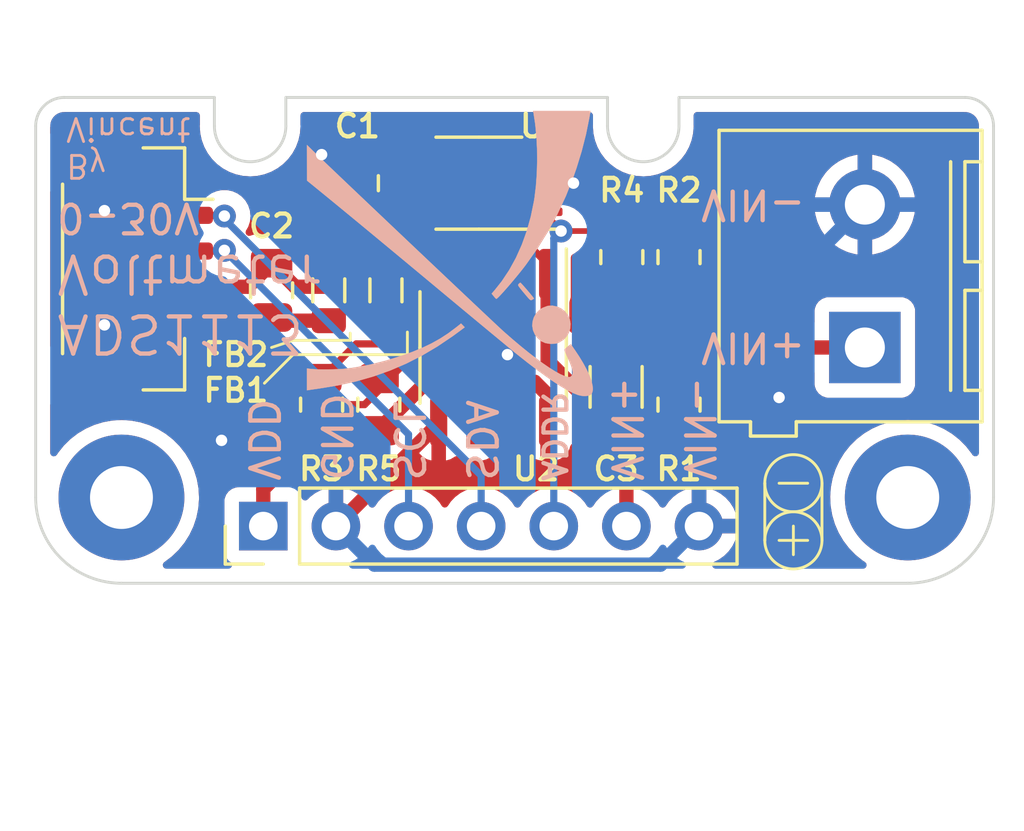
<source format=kicad_pcb>
(kicad_pcb (version 20211014) (generator pcbnew)
  (title_block (title "ADS1113 Voltmeter PCB") (date "2022-04-19") (rev "1") (comment 1 "Author: Vincent Nguyen"))
  (layers (0 "F.Cu" signal "Front") (31 "B.Cu" signal "Back") (34 "B.Paste" user) (35 "F.Paste" user) (36 "B.SilkS" user "B.Silkscreen") (37 "F.SilkS" user "F.Silkscreen") (38 "B.Mask" user) (39 "F.Mask" user) (44 "Edge.Cuts" user))
  (net 0 "")
  (net 1 "VIN-")
  (net 2 "VIN+")
  (net 3 "Net-(R1-Pad2)")
  (net 4 "VDD")
  (net 5 "SCL")
  (net 6 "ADDR")
  (net 7 "SDA")
  (net 13 "Net-(C2-Pad1)")
  (net 14 "Net-(C2-Pad2)")
  (footprint "MountingHole:MountingHole_2.2mm_M2_Pad" (layer "F.Cu") (at 135.595 101.54)
    (fp_text reference "H1" hide)
    (fp_text value "2.2mm M2")
    (pad "1" thru_hole circle (at 0 0) (size 4.4 4.4) (drill 2.2) (layers *.Cu *.Mask))
  )
  (footprint "Resistor_SMD:R_0805_2012Metric" (layer "F.Cu") (at 155.095 93.1275 90)
    (fp_text reference "R2" (at 2.3375 0 180) (layer "F.SilkS") (effects (font (size 0.8 0.8))))
    (fp_text value "3.3k")
    (fp_line (start -0.227064 -0.735) (end 0.227064 -0.735) (layer "F.SilkS") (width 0.12))
    (fp_line (start -0.227064 0.735) (end 0.227064 0.735) (layer "F.SilkS") (width 0.12))
    (pad "1" smd roundrect (at -0.9125 0 90) (size 1.025 1.4) (layers "F.Cu" "F.Paste" "F.Mask") (roundrect_rratio 0.243902) (net 3 "Net-(R1-Pad2)"))
    (pad "2" smd roundrect (at 0.9125 0 90) (size 1.025 1.4) (layers "F.Cu" "F.Paste" "F.Mask") (roundrect_rratio 0.243902) (net 1 "VIN-"))
  )
  (footprint "Connector_PinHeader_2.54mm:PinHeader_1x07_P2.54mm_Vertical" (layer "F.Cu") (at 140.555 102.54 90)
    (fp_text reference "J2" hide)
    (fp_text value "01x07 2.54mm Pin headers")
    (fp_line (start -1.33 1.27) (end -1.33 16.57) (layer "F.SilkS") (width 0.12))
    (fp_line (start -1.33 0) (end -1.33 -1.33) (layer "F.SilkS") (width 0.12))
    (fp_line (start -1.33 16.57) (end 1.33 16.57) (layer "F.SilkS") (width 0.12))
    (fp_line (start -1.33 -1.33) (end 0 -1.33) (layer "F.SilkS") (width 0.12))
    (fp_line (start -1.33 1.27) (end 1.33 1.27) (layer "F.SilkS") (width 0.12))
    (fp_line (start 1.33 1.27) (end 1.33 16.57) (layer "F.SilkS") (width 0.12))
    (pad "1" thru_hole rect (at 0 0 90) (size 1.7 1.7) (drill 1) (layers *.Cu *.Mask) (net 4 "VDD"))
    (pad "2" thru_hole oval (at 0 2.54 90) (size 1.7 1.7) (drill 1) (layers *.Cu *.Mask) (net 1 "VIN-"))
    (pad "3" thru_hole oval (at 0 5.08 90) (size 1.7 1.7) (drill 1) (layers *.Cu *.Mask) (net 5 "SCL"))
    (pad "4" thru_hole oval (at 0 7.62 90) (size 1.7 1.7) (drill 1) (layers *.Cu *.Mask) (net 7 "SDA"))
    (pad "5" thru_hole oval (at 0 10.16 90) (size 1.7 1.7) (drill 1) (layers *.Cu *.Mask) (net 6 "ADDR"))
    (pad "6" thru_hole oval (at 0 12.7 90) (size 1.7 1.7) (drill 1) (layers *.Cu *.Mask) (net 2 "VIN+"))
    (pad "7" thru_hole oval (at 0 15.24 90) (size 1.7 1.7) (drill 1) (layers *.Cu *.Mask) (net 1 "VIN-"))
  )
  (footprint "Resistor_SMD:R_0805_2012Metric" (layer "F.Cu") (at 144.595 98.29 90)
    (fp_text reference "R5" (at -2.25 0 180) (layer "F.SilkS") (effects (font (size 0.8 0.8))))
    (fp_text value "10k")
    (fp_line (start -0.227064 -0.735) (end 0.227064 -0.735) (layer "F.SilkS") (width 0.12))
    (fp_line (start -0.227064 0.735) (end 0.227064 0.735) (layer "F.SilkS") (width 0.12))
    (pad "1" smd roundrect (at -0.9125 0 90) (size 1.025 1.4) (layers "F.Cu" "F.Paste" "F.Mask") (roundrect_rratio 0.243902) (net 4 "VDD"))
    (pad "2" smd roundrect (at 0.9125 0 90) (size 1.025 1.4) (layers "F.Cu" "F.Paste" "F.Mask") (roundrect_rratio 0.243902) (net 7 "SDA"))
  )
  (footprint "lib_fp:TB001-500-02BE" (layer "F.Cu") (at 161.595 93.79 90)
    (fp_text reference "J1" hide)
    (fp_text value "TB001-500-02BE")
    (fp_line (start 0.5 3.5) (end 4 3.5) (layer "F.SilkS") (width 0.12))
    (fp_line (start -5.6 -2.4) (end -5.1 -2.4) (layer "F.SilkS") (width 0.12))
    (fp_line (start -5.6 -4) (end -5.6 -2.4) (layer "F.SilkS") (width 0.12))
    (fp_line (start -0.5 3.5) (end -4 3.5) (layer "F.SilkS") (width 0.12))
    (fp_line (start 0.5 4.1) (end 0.5 3.5) (layer "F.SilkS") (width 0.12))
    (fp_line (start -4 3.5) (end -4 4.1) (layer "F.SilkS") (width 0.12))
    (fp_line (start 4 3.5) (end 4 4.1) (layer "F.SilkS") (width 0.12))
    (fp_line (start -5.1 -5.1) (end 5.1 -5.1) (layer "F.SilkS") (width 0.12))
    (fp_line (start 5.1 -5.1) (end 5.1 4.1) (layer "F.SilkS") (width 0.12))
    (fp_line (start -5.6 -4) (end -5.1 -4) (layer "F.SilkS") (width 0.12))
    (fp_line (start -5.1 4.1) (end -5.1 -2.4) (layer "F.SilkS") (width 0.12))
    (fp_line (start 4 3) (end -4 3) (layer "F.SilkS") (width 0.12))
    (fp_line (start -5.1 -5.1) (end -5.1 -4) (layer "F.SilkS") (width 0.12))
    (fp_line (start -0.5 3.5) (end -0.5 4.1) (layer "F.SilkS") (width 0.12))
    (fp_line (start 5.1 4.1) (end -5.1 4.1) (layer "F.SilkS") (width 0.12))
    (pad "1" thru_hole trapezoid (at -2.5 0 90) (size 2.5 2.5) (drill 1.4) (layers *.Cu *.Mask) (net 2 "VIN+"))
    (pad "2" thru_hole custom (at 2.5 0 90) (size 2.5 2.5) (drill 1.4) (layers *.Cu *.Mask) (net 1 "VIN-") (options (clearance outline) (anchor circle)) (primitives))
  )
  (footprint "Connector_JST:JST_GH_SM04B-GHS-TB_1x04-1MP_P1.25mm_Horizontal" (layer "F.Cu") (at 136.095 93.54 -90)
    (fp_text reference "J3" hide)
    (fp_text value "SM04B-GHS-TB(LF)(SN)")
    (fp_line (start -4.235 -1.71) (end -2.435 -1.71) (layer "F.SilkS") (width 0.12))
    (fp_line (start -2.435 -1.71) (end -2.435 -2.7) (layer "F.SilkS") (width 0.12))
    (fp_line (start 4.235 -1.71) (end 2.435 -1.71) (layer "F.SilkS") (width 0.12))
    (fp_line (start -4.235 -0.26) (end -4.235 -1.71) (layer "F.SilkS") (width 0.12))
    (fp_line (start 4.235 -0.26) (end 4.235 -1.71) (layer "F.SilkS") (width 0.12))
    (fp_line (start -2.965 2.56) (end 2.965 2.56) (layer "F.SilkS") (width 0.12))
    (pad "1" smd roundrect (at -1.875 -1.85 270) (size 0.6 1.7) (layers "F.Cu" "F.Paste" "F.Mask") (net 7 "SDA"))
    (pad "2" smd roundrect (at -0.625 -1.85 270) (size 0.6 1.7) (layers "F.Cu" "F.Paste" "F.Mask") (net 5 "SCL"))
    (pad "3" smd roundrect (at 0.625 -1.85 270) (size 0.6 1.7) (layers "F.Cu" "F.Paste" "F.Mask") (net 13 "Net-(C2-Pad1)"))
    (pad "4" smd roundrect (at 1.875 -1.85 270) (size 0.6 1.7) (layers "F.Cu" "F.Paste" "F.Mask") (net 14 "Net-(C2-Pad2)"))
    (pad "MP" smd roundrect (at -3.725 1.35 270) (size 1 2.7) (layers "F.Cu" "F.Paste" "F.Mask"))
    (pad "MP" smd roundrect (at 3.725 1.35 270) (size 1 2.7) (layers "F.Cu" "F.Paste" "F.Mask"))
  )
  (footprint "Resistor_SMD:R_0805_2012Metric" (layer "F.Cu") (at 142.595 98.29 90)
    (fp_text reference "R3" (at -2.25 0 180) (layer "F.SilkS") (effects (font (size 0.8 0.8))))
    (fp_text value "10k")
    (fp_line (start -0.227064 0.735) (end 0.227064 0.735) (layer "F.SilkS") (width 0.12))
    (fp_line (start -0.227064 -0.735) (end 0.227064 -0.735) (layer "F.SilkS") (width 0.12))
    (pad "1" smd roundrect (at -0.9125 0 90) (size 1.025 1.4) (layers "F.Cu" "F.Paste" "F.Mask") (roundrect_rratio 0.243902) (net 4 "VDD"))
    (pad "2" smd roundrect (at 0.9125 0 90) (size 1.025 1.4) (layers "F.Cu" "F.Paste" "F.Mask") (roundrect_rratio 0.243902) (net 5 "SCL"))
  )
  (footprint "Capacitor_SMD:C_0805_2012Metric" (layer "F.Cu") (at 143.845 90.54 90)
    (fp_text reference "C1" (at 2 0 180) (layer "F.SilkS") (effects (font (size 0.8 0.8))))
    (fp_text value "0.1uF")
    (fp_line (start -0.261252 0.735) (end 0.261252 0.735) (layer "F.SilkS") (width 0.12))
    (fp_line (start -0.261252 -0.735) (end 0.261252 -0.735) (layer "F.SilkS") (width 0.12))
    (pad "1" smd roundrect (at -0.95 0 90) (size 1 1.45) (layers "F.Cu" "F.Paste" "F.Mask") (net 4 "VDD"))
    (pad "2" smd roundrect (at 0.95 0 90) (size 1 1.45) (layers "F.Cu" "F.Paste" "F.Mask") (net 1 "VIN-"))
  )
  (footprint "Package_SO:SO-8_3.9x4.9mm_P1.27mm" (layer "F.Cu") (at 148.595 96.29 -90)
    (fp_text reference "U2" (at 4.25 -1.5 180) (layer "F.SilkS") (effects (font (size 0.8 0.8))))
    (fp_text value "SMDA03C-4")
    (fp_line (start 0 -2.56) (end 1.95 -2.56) (layer "F.SilkS") (width 0.12))
    (fp_line (start 0 2.56) (end -1.95 2.56) (layer "F.SilkS") (width 0.12))
    (fp_line (start 0 -2.56) (end -3.45 -2.56) (layer "F.SilkS") (width 0.12))
    (fp_line (start 0 2.56) (end 1.95 2.56) (layer "F.SilkS") (width 0.12))
    (pad "1" smd roundrect (at -2.575 -1.905 270) (size 1.75 0.6) (layers "F.Cu" "F.Paste" "F.Mask") (net 3 "Net-(R1-Pad2)"))
    (pad "2" smd roundrect (at -2.575 -0.635 270) (size 1.75 0.6) (layers "F.Cu" "F.Paste" "F.Mask") (net 4 "VDD"))
    (pad "3" smd roundrect (at -2.575 0.635 270) (size 1.75 0.6) (layers "F.Cu" "F.Paste" "F.Mask") (net 7 "SDA"))
    (pad "4" smd roundrect (at -2.575 1.905 270) (size 1.75 0.6) (layers "F.Cu" "F.Paste" "F.Mask") (net 5 "SCL"))
    (pad "5" smd roundrect (at 2.575 1.905 270) (size 1.75 0.6) (layers "F.Cu" "F.Paste" "F.Mask") (net 1 "VIN-"))
    (pad "6" smd roundrect (at 2.575 0.635 270) (size 1.75 0.6) (layers "F.Cu" "F.Paste" "F.Mask"))
    (pad "7" smd roundrect (at 2.575 -0.635 270) (size 1.75 0.6) (layers "F.Cu" "F.Paste" "F.Mask"))
    (pad "8" smd roundrect (at 2.575 -1.905 270) (size 1.75 0.6) (layers "F.Cu" "F.Paste" "F.Mask") (net 1 "VIN-"))
  )
  (footprint "Capacitor_SMD:C_0805_2012Metric" (layer "F.Cu") (at 140.845 94.29 -90)
    (fp_text reference "C2" (at -2.25 0 180) (layer "F.SilkS") (effects (font (size 0.8 0.8))))
    (fp_text value "0.1uF")
    (fp_line (start -0.261252 0.735) (end 0.261252 0.735) (layer "F.SilkS") (width 0.12))
    (fp_line (start -0.261252 -0.735) (end 0.261252 -0.735) (layer "F.SilkS") (width 0.12))
    (pad "1" smd roundrect (at -0.95 0 270) (size 1 1.45) (layers "F.Cu" "F.Paste" "F.Mask") (net 13 "Net-(C2-Pad1)"))
    (pad "2" smd roundrect (at 0.95 0 270) (size 1 1.45) (layers "F.Cu" "F.Paste" "F.Mask") (net 14 "Net-(C2-Pad2)"))
  )
  (footprint "MountingHole:MountingHole_2.2mm_M2_Pad" (layer "F.Cu") (at 163.095 101.54)
    (fp_text reference "H2" hide)
    (fp_text value "2.2mm M2")
    (pad "1" thru_hole circle (at 0 0) (size 4.4 4.4) (drill 2.2) (layers *.Cu *.Mask))
  )
  (footprint "Capacitor_SMD:C_1206_3216Metric" (layer "F.Cu") (at 152.895 97.67 90)
    (fp_text reference "C3" (at -2.87 0 180) (layer "F.SilkS") (effects (font (size 0.8 0.8))))
    (fp_text value "0.22uF")
    (fp_line (start -0.711252 -0.91) (end 0.711252 -0.91) (layer "F.SilkS") (width 0.12))
    (fp_line (start -0.711252 0.91) (end 0.711252 0.91) (layer "F.SilkS") (width 0.12))
    (pad "1" smd roundrect (at -1.475 0 90) (size 1.15 1.8) (layers "F.Cu" "F.Paste" "F.Mask") (roundrect_rratio 0.217391) (net 3 "Net-(R1-Pad2)"))
    (pad "2" smd roundrect (at 1.475 0 90) (size 1.15 1.8) (layers "F.Cu" "F.Paste" "F.Mask") (roundrect_rratio 0.217391) (net 1 "VIN-"))
  )
  (footprint "Resistor_SMD:R_0805_2012Metric" (layer "F.Cu") (at 155.095 98.29 90)
    (fp_text reference "R1" (at -2.25 0 180) (layer "F.SilkS") (effects (font (size 0.8 0.8))))
    (fp_text value "26.7k")
    (fp_line (start -0.227064 0.735) (end 0.227064 0.735) (layer "F.SilkS") (width 0.12))
    (fp_line (start -0.227064 -0.735) (end 0.227064 -0.735) (layer "F.SilkS") (width 0.12))
    (pad "1" smd roundrect (at -0.9125 0 90) (size 1.025 1.4) (layers "F.Cu" "F.Paste" "F.Mask") (roundrect_rratio 0.243902) (net 2 "VIN+"))
    (pad "2" smd roundrect (at 0.9125 0 90) (size 1.025 1.4) (layers "F.Cu" "F.Paste" "F.Mask") (roundrect_rratio 0.243902) (net 3 "Net-(R1-Pad2)"))
  )
  (footprint "Inductor_SMD:L_0805_2012Metric" (layer "F.Cu") (at 142.845 94.29 90)
    (fp_text reference "FB2" (at -2.25 -3.25) (layer "F.SilkS") (effects (font (size 0.8 0.8))))
    (fp_text value "MMZ2012S102ATD25")
    (fp_line (start -0.399622 0.56) (end 0.399622 0.56) (layer "F.SilkS") (width 0.12))
    (fp_line (start -0.399622 -0.56) (end 0.399622 -0.56) (layer "F.SilkS") (width 0.12))
    (pad "1" smd roundrect (at -1.0625 0 90) (size 0.875 1.2) (layers "F.Cu" "F.Paste" "F.Mask") (net 14 "Net-(C2-Pad2)"))
    (pad "2" smd roundrect (at 1.0625 0 90) (size 0.875 1.2) (layers "F.Cu" "F.Paste" "F.Mask") (net 1 "VIN-"))
  )
  (footprint "Package_SO:VSSOP-10_3x3mm_P0.5mm" (layer "F.Cu") (at 148.095 90.54 180)
    (fp_text reference "U1" (at -2.25 2) (layer "F.SilkS") (effects (font (size 0.8 0.8))))
    (fp_text value "ADS1113BQDGSRQ1")
    (fp_line (start 0 -1.61) (end 1.5 -1.61) (layer "F.SilkS") (width 0.12))
    (fp_line (start 0 -1.61) (end -2.925 -1.61) (layer "F.SilkS") (width 0.12))
    (fp_line (start 0 1.61) (end 1.5 1.61) (layer "F.SilkS") (width 0.12))
    (fp_line (start 0 1.61) (end -1.5 1.61) (layer "F.SilkS") (width 0.12))
    (pad "1" smd roundrect (at -2.2 -1 180) (size 1.45 0.3) (layers "F.Cu" "F.Paste" "F.Mask") (net 6 "ADDR"))
    (pad "2" smd roundrect (at -2.2 -0.5 180) (size 1.45 0.3) (layers "F.Cu" "F.Paste" "F.Mask"))
    (pad "3" smd roundrect (at -2.2 0 180) (size 1.45 0.3) (layers "F.Cu" "F.Paste" "F.Mask") (net 1 "VIN-"))
    (pad "4" smd roundrect (at -2.2 0.5 180) (size 1.45 0.3) (layers "F.Cu" "F.Paste" "F.Mask") (net 3 "Net-(R1-Pad2)"))
    (pad "5" smd roundrect (at -2.2 1 180) (size 1.45 0.3) (layers "F.Cu" "F.Paste" "F.Mask") (net 1 "VIN-"))
    (pad "6" smd roundrect (at 2.2 1 180) (size 1.45 0.3) (layers "F.Cu" "F.Paste" "F.Mask"))
    (pad "7" smd roundrect (at 2.2 0.5 180) (size 1.45 0.3) (layers "F.Cu" "F.Paste" "F.Mask"))
    (pad "8" smd roundrect (at 2.2 0 180) (size 1.45 0.3) (layers "F.Cu" "F.Paste" "F.Mask") (net 4 "VDD"))
    (pad "9" smd roundrect (at 2.2 -0.5 180) (size 1.45 0.3) (layers "F.Cu" "F.Paste" "F.Mask") (net 7 "SDA"))
    (pad "10" smd roundrect (at 2.2 -1 180) (size 1.45 0.3) (layers "F.Cu" "F.Paste" "F.Mask") (net 5 "SCL"))
  )
  (footprint "Inductor_SMD:L_0805_2012Metric" (layer "F.Cu") (at 144.845 94.29 90)
    (fp_text reference "FB1" (at -3.5 -5.25 180) (layer "F.SilkS") (effects (font (size 0.8 0.8))))
    (fp_text value "MMZ2012S102ATD25")
    (fp_line (start -0.399622 0.56) (end 0.399622 0.56) (layer "F.SilkS") (width 0.12))
    (fp_line (start -0.399622 -0.56) (end 0.399622 -0.56) (layer "F.SilkS") (width 0.12))
    (pad "1" smd roundrect (at -1.0625 0 90) (size 0.875 1.2) (layers "F.Cu" "F.Paste" "F.Mask") (net 13 "Net-(C2-Pad1)"))
    (pad "2" smd roundrect (at 1.0625 0 90) (size 0.875 1.2) (layers "F.Cu" "F.Paste" "F.Mask") (net 4 "VDD"))
  )
  (footprint "Resistor_SMD:R_0805_2012Metric" (layer "F.Cu") (at 153.095 93.1275 -90)
    (fp_text reference "R4" (at -2.3375 0 180) (layer "F.SilkS") (effects (font (size 0.8 0.8))))
    (fp_text value "10k")
    (fp_line (start -0.227064 0.735) (end 0.227064 0.735) (layer "F.SilkS") (width 0.12))
    (fp_line (start -0.227064 -0.735) (end 0.227064 -0.735) (layer "F.SilkS") (width 0.12))
    (pad "1" smd roundrect (at -0.9125 0 270) (size 1.025 1.4) (layers "F.Cu" "F.Paste" "F.Mask") (roundrect_rratio 0.243902) (net 6 "ADDR"))
    (pad "2" smd roundrect (at 0.9125 0 270) (size 1.025 1.4) (layers "F.Cu" "F.Paste" "F.Mask") (roundrect_rratio 0.243902) (net 1 "VIN-"))
  )
  (footprint "graphics:xplore_logo_10mm" (layer "B.Cu") (at 153.671875 93.001115)
    (fp_text reference " " hide)
    (fp_text value " " hide)
    (fp_poly (pts (xy -3.73161 1.627478) (xy -3.712099 1.617933) (xy -3.669199 1.591942) (xy -3.651251 1.574087) (xy -3.65125 1.574042) (xy -3.665228 1.551643) (xy -3.703051 1.502814) (xy -3.758559 1.434752) (xy -3.825591 1.354654) (xy -3.897983 1.269717) (xy -3.969576 1.187136) (xy -4.034206 1.114109) (xy -4.085712 1.057833) (xy -4.117933 1.025503) (xy -4.125159 1.020535) (xy -4.152323 1.035648) (xy -4.183372 1.064981) (xy -4.197457 1.083191) (xy -4.201979 1.102665) (xy -4.193438 1.129346) (xy -4.16834 1.169179) (xy -4.123186 1.228109) (xy -4.05448 1.312079) (xy -3.998271 1.379621) (xy -3.912795 1.481773) (xy -3.850944 1.553583) (xy -3.807308 1.599554) (xy -3.77648 1.62419) (xy -3.75305 1.631997) (xy -3.73161 1.627478)) (layer "B.SilkS") (width 0.01) (fill solid))
    (fp_poly (pts (xy -1.760565 4.976407) (xy -1.679886 4.948442) (xy -1.652156 4.927949) (xy -1.606647 4.850982) (xy -1.591042 4.74337) (xy -1.60439 4.607715) (xy -1.645743 4.446619) (xy -1.714149 4.262683) (xy -1.808658 4.058508) (xy -1.928321 3.836697) (xy -2.072189 3.599851) (xy -2.21583 3.384272) (xy -2.361493 3.17399) (xy -2.472459 3.25954) (xy -2.531041 3.308369) (xy -2.571622 3.349186) (xy -2.584392 3.370125) (xy -2.57567 3.400025) (xy -2.551354 3.461025) (xy -2.515498 3.543342) (xy -2.484615 3.610744) (xy -2.402167 3.794962) (xy -2.343601 3.945027) (xy -2.308079 4.064816) (xy -2.294762 4.158204) (xy -2.302812 4.229069) (xy -2.33139 4.281284) (xy -2.338019 4.288375) (xy -2.382628 4.320292) (xy -2.437056 4.325594) (xy -2.46842 4.321179) (xy -2.587959 4.286392) (xy -2.736368 4.219995) (xy -2.911526 4.123492) (xy -3.11131 3.998391) (xy -3.333599 3.846196) (xy -3.576269 3.668414) (xy -3.837198 3.46655) (xy -4.114265 3.24211) (xy -4.405346 2.9966) (xy -4.705804 2.733764) (xy -4.751797 2.691843) (xy -4.828625 2.620574) (xy -4.934265 2.521878) (xy -5.066692 2.397673) (xy -5.223883 2.249878) (xy -5.403814 2.080412) (xy -5.604462 1.891193) (xy -5.823801 1.684142) (xy -6.059809 1.461176) (xy -6.310461 1.224214) (xy -6.573734 0.975176) (xy -6.847604 0.71598) (xy -7.130047 0.448546) (xy -7.419039 0.174792) (xy -7.712556 -0.103363) (xy -8.008575 -0.384) (xy -8.305071 -0.6652) (xy -8.600021 -0.945045) (xy -8.891401 -1.221614) (xy -9.177187 -1.49299) (xy -9.455355 -1.757253) (xy -9.723882 -2.012484) (xy -9.980743 -2.256766) (xy -10.223914 -2.488177) (xy -10.451373 -2.704801) (xy -10.661094 -2.904717) (xy -10.851054 -3.086008) (xy -11.019229 -3.246753) (xy -11.163596 -3.385034) (xy -11.282131 -3.498933) (xy -11.372809 -3.58653) (xy -11.412992 -3.625654) (xy -11.58875 -3.797597) (xy -11.587638 -3.174468) (xy -11.586525 -2.55134) (xy -11.264468 -2.288974) (xy -11.012876 -2.083635) (xy -10.74376 -1.863251) (xy -10.455498 -1.626479) (xy -10.146469 -1.371977) (xy -9.81505 -1.098403) (xy -9.45962 -0.804416) (xy -9.078557 -0.488672) (xy -8.670241 -0.149831) (xy -8.233049 0.213449) (xy -7.765359 0.602512) (xy -7.265551 1.018698) (xy -6.962322 1.271363) (xy -6.673374 1.51209) (xy -6.388512 1.749232) (xy -6.11028 1.980682) (xy -5.841218 2.204333) (xy -5.58387 2.418076) (xy -5.340778 2.619805) (xy -5.114483 2.807413) (xy -4.907527 2.978791) (xy -4.722453 3.131833) (xy -4.561803 3.264431) (xy -4.428118 3.374478) (xy -4.323942 3.459866) (xy -4.251816 3.518487) (xy -4.246965 3.522393) (xy -3.874703 3.81723) (xy -3.532637 4.078608) (xy -3.220524 4.306689) (xy -2.938116 4.501636) (xy -2.68517 4.663615) (xy -2.461439 4.792788) (xy -2.266679 4.889318) (xy -2.100643 4.953369) (xy -2.099774 4.953643) (xy -1.982545 4.979698) (xy -1.865463 4.987056) (xy -1.760565 4.976407)) (layer "B.SilkS") (width 0.01) (fill solid))
    (fp_poly (pts (xy -11.515045 4.77524) (xy -11.462922 4.767298) (xy -11.378343 4.754996) (xy -11.273791 4.740131) (xy -11.180536 4.727098) (xy -10.514497 4.617421) (xy -9.87895 4.476571) (xy -9.270039 4.302994) (xy -8.683906 4.095135) (xy -8.116693 3.851441) (xy -7.564541 3.570357) (xy -7.023595 3.25033) (xy -6.489995 2.889806) (xy -6.330439 2.773272) (xy -6.072752 2.581829) (xy -6.136244 2.515557) (xy -6.176156 2.474485) (xy -6.199118 2.451986) (xy -6.201163 2.450467) (xy -6.218269 2.464103) (xy -6.263105 2.499807) (xy -6.327911 2.5514) (xy -6.372679 2.587037) (xy -6.646752 2.792033) (xy -6.929686 2.976402) (xy -7.228934 3.144039) (xy -7.551948 3.298838) (xy -7.906183 3.444694) (xy -8.255 3.570565) (xy -8.828965 3.749496) (xy -9.385939 3.889254) (xy -9.924282 3.989452) (xy -10.193879 4.025514) (xy -10.324688 4.037286) (xy -10.483818 4.046445) (xy -10.660878 4.052879) (xy -10.845476 4.056474) (xy -11.027221 4.057115) (xy -11.195722 4.054689) (xy -11.340589 4.049083) (xy -11.45143 4.040183) (xy -11.458349 4.039346) (xy -11.58875 4.023056) (xy -11.58875 4.787234) (xy -11.515045 4.77524)) (layer "B.SilkS") (width 0.01) (fill solid))
    (fp_poly (pts (xy -2.926464 3.156056) (xy -2.839815 3.139706) (xy -2.762875 3.109498) (xy -2.618006 3.016987) (xy -2.50516 2.899039) (xy -2.425509 2.762246) (xy -2.380225 2.613201) (xy -2.370479 2.458494) (xy -2.397445 2.304717) (xy -2.462295 2.158463) (xy -2.566199 2.026324) (xy -2.569667 2.022906) (xy -2.696942 1.925377) (xy -2.842958 1.858549) (xy -2.996469 1.825828) (xy -3.146233 1.830614) (xy -3.181022 1.837883) (xy -3.341434 1.898307) (xy -3.47522 1.989496) (xy -3.580558 2.105239) (xy -3.655627 2.239325) (xy -3.698606 2.385545) (xy -3.707674 2.537687) (xy -3.681008 2.689541) (xy -3.616788 2.834896) (xy -3.513193 2.967542) (xy -3.512511 2.968225) (xy -3.389555 3.069335) (xy -3.257706 3.13127) (xy -3.105894 3.158528) (xy -3.038929 3.160731) (xy -2.926464 3.156056)) (layer "B.SilkS") (width 0.01) (fill solid))
    (fp_poly (pts (xy -4.939197 1.570531) (xy -4.887968 1.522593) (xy -4.816117 1.448137) (xy -4.727499 1.351614) (xy -4.62597 1.237475) (xy -4.515383 1.110172) (xy -4.399593 0.974156) (xy -4.282455 0.833878) (xy -4.167824 0.69379) (xy -4.059554 0.558343) (xy -3.9615 0.431989) (xy -3.934918 0.396875) (xy -3.524845 -0.18195) (xy -3.155821 -0.774153) (xy -2.825463 -1.384283) (xy -2.531386 -2.016892) (xy -2.271208 -2.676531) (xy -2.164941 -2.982232) (xy -1.9823 -3.576271) (xy -1.831001 -4.168629) (xy -1.713702 -4.748625) (xy -1.689608 -4.892902) (xy -1.674228 -4.989286) (xy -3.678977 -4.989286) (xy -3.665258 -4.915581) (xy -3.606203 -4.531182) (xy -3.565088 -4.11592) (xy -3.541963 -3.680611) (xy -3.536875 -3.236074) (xy -3.549876 -2.793125) (xy -3.581014 -2.36258) (xy -3.63034 -1.955258) (xy -3.651089 -1.825001) (xy -3.759621 -1.29627) (xy -3.901353 -0.789039) (xy -4.075122 -0.305942) (xy -4.279768 0.150389) (xy -4.514132 0.57732) (xy -4.777053 0.972217) (xy -5.017163 1.274966) (xy -5.128626 1.404664) (xy -5.055161 1.496082) (xy -5.01071 1.547917) (xy -4.976932 1.581047) (xy -4.965951 1.5875) (xy -4.939197 1.570531)) (layer "B.SilkS") (width 0.01) (fill solid))
  )
  (gr_line (start 142.845 96.04) (end 141.595 96.04) (layer "F.SilkS") (width 0.1))
  (gr_line (start 141.595 96.54) (end 140.595 97.54) (layer "F.SilkS") (width 0.1))
  (gr_line (start 158.595 101.04) (end 159.595 101.04) (layer "F.SilkS") (width 0.1))
  (gr_line (start 160.095 103.04) (end 160.095 101.04) (layer "F.SilkS") (width 0.1))
  (gr_line (start 141.595 96.04) (end 140.845 96.29) (layer "F.SilkS") (width 0.1))
  (gr_line (start 144.845 96.54) (end 141.595 96.54) (layer "F.SilkS") (width 0.1))
  (gr_line (start 145.595 96.54) (end 145.595 95.75) (layer "F.SilkS") (width 0.1))
  (gr_arc (start 158.095 103.04) (mid 159.095 102.04) (end 160.095 103.04) (layer "F.SilkS") (width 0.1))
  (gr_line (start 143.595 96.04) (end 143.595 95.79) (layer "F.SilkS") (width 0.1))
  (gr_arc (start 160.095 103.04) (mid 159.095 104.04) (end 158.095 103.04) (layer "F.SilkS") (width 0.1))
  (gr_line (start 144.845 96.54) (end 145.595 96.54) (layer "F.SilkS") (width 0.1))
  (gr_line (start 159.095 103.54) (end 159.095 102.54) (layer "F.SilkS") (width 0.1))
  (gr_line (start 158.595 103.04) (end 159.595 103.04) (layer "F.SilkS") (width 0.1))
  (gr_arc (start 158.095 101.04) (mid 159.095 100.04) (end 160.095 101.04) (layer "F.SilkS") (width 0.1))
  (gr_line (start 158.095 103.04) (end 158.095 101.04) (layer "F.SilkS") (width 0.1))
  (gr_arc (start 160.095 101.04) (mid 159.095 102.04) (end 158.095 101.04) (layer "F.SilkS") (width 0.1))
  (gr_line (start 142.845 96.04) (end 143.595 96.04) (layer "F.SilkS") (width 0.1))
  (gr_line (start 138.845 87.54) (end 133.595 87.54) (layer "Edge.Cuts") (width 0.1))
  (gr_line (start 138.845 87.54) (end 138.845 88.54) (layer "Edge.Cuts") (width 0.1))
  (gr_line (start 166.095 101.54) (end 166.095 88.54) (layer "Edge.Cuts") (width 0.1))
  (gr_line (start 152.595 87.54) (end 152.595 88.54) (layer "Edge.Cuts") (width 0.1))
  (gr_line (start 135.595 104.54) (end 163.095 104.54) (layer "Edge.Cuts") (width 0.1))
  (gr_line (start 155.095 87.54) (end 165.095 87.54) (layer "Edge.Cuts") (width 0.1))
  (gr_arc (start 141.345 88.54) (mid 140.095 89.79) (end 138.845 88.54) (layer "Edge.Cuts") (width 0.1))
  (gr_line (start 141.345 87.54) (end 152.595 87.54) (layer "Edge.Cuts") (width 0.1))
  (gr_line (start 155.095 87.54) (end 155.095 88.54) (layer "Edge.Cuts") (width 0.1))
  (gr_line (start 132.595 88.54) (end 132.595 101.54) (layer "Edge.Cuts") (width 0.1))
  (gr_line (start 141.345 87.54) (end 141.345 88.54) (layer "Edge.Cuts") (width 0.1))
  (gr_arc (start 155.095 88.54) (mid 153.845 89.79) (end 152.595 88.54) (layer "Edge.Cuts") (width 0.1))
  (gr_arc (start 165.095 87.54) (mid 165.802107 87.832893) (end 166.095 88.54) (layer "Edge.Cuts") (width 0.1))
  (gr_arc (start 132.595 88.54) (mid 132.887893 87.832893) (end 133.595 87.54) (layer "Edge.Cuts") (width 0.1))
  (gr_arc (start 135.595 104.54) (mid 133.47368 103.66132) (end 132.595 101.54) (layer "Edge.Cuts") (width 0.1))
  (gr_arc (start 166.095 101.54) (mid 165.21632 103.66132) (end 163.095 104.54) (layer "Edge.Cuts") (width 0.1))
  (gr_text "SDA" (at 148.175 101.04 270) (layer "B.SilkS") (effects (font (size 1 1)) (justify left mirror)))
  (gr_text "By \nVincent" (at 133.595 89.29 180) (layer "B.SilkS") (effects (font (size 0.8 0.8) (thickness 0.1)) (justify left mirror)))
  (gr_text "GND" (at 143.095 101.04 270) (layer "B.SilkS") (effects (font (size 1 1)) (justify left mirror)))
  (gr_text "ADDR" (at 150.715 101.04 270) (layer "B.SilkS") (effects (font (size 0.8 0.8)) (justify left mirror)))
  (gr_text "ADS1113 \nVoltmeter" (at 133.25 94.75 180) (layer "B.SilkS") (effects (font (size 1.3 1.3)) (justify left mirror)))
  (gr_text "VIN+" (at 153.255 101.04 270) (layer "B.SilkS") (effects (font (size 1 1)) (justify left mirror)))
  (gr_text "VDD" (at 140.555 101.04 270) (layer "B.SilkS") (effects (font (size 1 1)) (justify left mirror)))
  (gr_text "0-30V" (at 133.25 91.75 180) (layer "B.SilkS") (effects (font (size 1 1)) (justify left mirror)))
  (gr_text "SCL" (at 145.635 101.04 270) (layer "B.SilkS") (effects (font (size 1 1)) (justify left mirror)))
  (gr_text "VIN-" (at 159.595 91.29 180) (layer "B.SilkS") (effects (font (size 1 1)) (justify right mirror)))
  (gr_text "VIN+" (at 159.595 96.29 180) (layer "B.SilkS") (effects (font (size 1 1)) (justify right mirror)))
  (gr_text "VIN-" (at 155.795 101.04 270) (layer "B.SilkS") (effects (font (size 1 1)) (justify left mirror)))
  (segment (start 150.295 90.54) (end 151.402478 90.54) (width 0.2) (layer "F.Cu") (net 1))
  (segment (start 152.895 96.195) (end 152.895 94.24) (width 0.5) (layer "F.Cu") (net 1))
  (segment (start 142.62048 93.00298) (end 142.62048 90.81452) (width 0.5) (layer "F.Cu") (net 1))
  (segment (start 151.402478 90.54) (end 151.403805 90.538673) (width 0.2) (layer "F.Cu") (net 1))
  (segment (start 146.69 98.945) (end 146.69 98.865) (width 0.5) (layer "F.Cu") (net 1))
  (segment (start 153.014377 90.538673) (end 151.403805 90.538673) (width 0.25) (layer "F.Cu") (net 1))
  (segment (start 153.27 94.04) (end 155.095 92.215) (width 0.5) (layer "F.Cu") (net 1))
  (segment (start 142.645 89.59) (end 142.595 89.54) (width 0.5) (layer "F.Cu") (net 1))
  (segment (start 144.045 89.59) (end 144.64452 88.99048) (width 0.5) (layer "F.Cu") (net 1))
  (segment (start 150.5 97.945) (end 150.5 98.865) (width 0.5) (layer "F.Cu") (net 1))
  (segment (start 151.403805 90.538673) (end 151.403805 89.92951) (width 0.25) (layer "F.Cu") (net 1))
  (segment (start 152.895 94.24) (end 153.095 94.04) (width 0.5) (layer "F.Cu") (net 1))
  (segment (start 147.540961 97.49048) (end 150.04548 97.49048) (width 0.5) (layer "F.Cu") (net 1))
  (segment (start 143.845 89.59) (end 142.645 89.59) (width 0.5) (layer "F.Cu") (net 1))
  (segment (start 143.845 89.59) (end 144.045 89.59) (width 0.5) (layer "F.Cu") (net 1))
  (segment (start 155.095 92.215) (end 154.67 92.215) (width 0.5) (layer "F.Cu") (net 1))
  (segment (start 151.014295 89.54) (end 150.295 89.54) (width 0.25) (layer "F.Cu") (net 1))
  (segment (start 150.5875 98.9525) (end 150.5 98.865) (width 0.5) (layer "F.Cu") (net 1))
  (segment (start 143.095 102.54) (end 146.69 98.945) (width 0.5) (layer "F.Cu") (net 1))
  (segment (start 144.64452 88.99048) (end 149.87 88.99048) (width 0.5) (layer "F.Cu") (net 1))
  (segment (start 142.845 93.2275) (end 142.62048 93.00298) (width 0.5) (layer "F.Cu") (net 1))
  (segment (start 153.095 94.04) (end 153.27 94.04) (width 0.5) (layer "F.Cu") (net 1))
  (segment (start 146.69 98.865) (end 146.69 98.341441) (width 0.5) (layer "F.Cu") (net 1))
  (segment (start 150.04548 97.49048) (end 150.5 97.945) (width 0.5) (layer "F.Cu") (net 1))
  (segment (start 149.87 88.99048) (end 150.295 89.41548) (width 0.5) (layer "F.Cu") (net 1))
  (segment (start 156.02 91.29) (end 161.595 91.29) (width 0.5) (layer "F.Cu") (net 1))
  (segment (start 154.690704 92.215) (end 153.014377 90.538673) (width 0.25) (layer "F.Cu") (net 1))
  (segment (start 142.62048 90.81452) (end 143.845 89.59) (width 0.5) (layer "F.Cu") (net 1))
  (segment (start 155.095 92.215) (end 154.690704 92.215) (width 0.25) (layer "F.Cu") (net 1))
  (segment (start 151.403805 89.92951) (end 151.014295 89.54) (width 0.25) (layer "F.Cu") (net 1))
  (segment (start 146.69 98.341441) (end 147.540961 97.49048) (width 0.5) (layer "F.Cu") (net 1))
  (segment (start 155.095 92.215) (end 156.02 91.29) (width 0.5) (layer "F.Cu") (net 1))
  (via (at 158.595 98.04) (size 0.8) (drill 0.4) (layers "F.Cu" "B.Cu") (net 1))
  (via (at 142.595 89.54) (size 0.8) (drill 0.4) (layers "F.Cu" "B.Cu") (net 1))
  (via (at 149.095 96.54) (size 0.8) (drill 0.4) (layers "F.Cu" "B.Cu") (net 1))
  (via (at 139.095 99.54) (size 0.8) (drill 0.4) (layers "F.Cu" "B.Cu") (net 1))
  (via (at 135 95.5) (size 0.8) (drill 0.4) (layers "F.Cu" "B.Cu") (net 1))
  (via (at 135 91.5) (size 0.8) (drill 0.4) (layers "F.Cu" "B.Cu") (net 1))
  (via (at 151.403805 90.538673) (size 0.8) (drill 0.4) (layers "F.Cu" "B.Cu") (net 1))
  (segment (start 155.795 97.09) (end 155.795 102.54) (width 0.5) (layer "B.Cu") (net 1))
  (segment (start 154.445489 103.889511) (end 155.795 102.54) (width 0.5) (layer "B.Cu") (net 1))
  (segment (start 143.095 102.54) (end 144.444511 103.889511) (width 0.5) (layer "B.Cu") (net 1))
  (segment (start 161.595 91.29) (end 155.795 97.09) (width 0.5) (layer "B.Cu") (net 1))
  (segment (start 144.444511 103.889511) (end 154.445489 103.889511) (width 0.5) (layer "B.Cu") (net 1))
  (segment (start 155.095 99.2025) (end 158.0075 96.29) (width 0.5) (layer "F.Cu") (net 2))
  (segment (start 158.0075 96.29) (end 161.595 96.29) (width 0.5) (layer "F.Cu") (net 2))
  (segment (start 153.255 102.54) (end 153.255 101.0425) (width 0.5) (layer "F.Cu") (net 2))
  (segment (start 153.255 101.0425) (end 155.095 99.2025) (width 0.5) (layer "F.Cu") (net 2))
  (segment (start 148.845 91.713217) (end 148.845 90.770705) (width 0.25) (layer "F.Cu") (net 3))
  (segment (start 150.5 96.75) (end 150.5 93.715) (width 0.5) (layer "F.Cu") (net 3))
  (segment (start 152.895 99.145) (end 150.5 96.75) (width 0.5) (layer "F.Cu") (net 3))
  (segment (start 155.095 97.3775) (end 155.095 94.04) (width 0.5) (layer "F.Cu") (net 3))
  (segment (start 150.5 93.715) (end 150.5 93.368217) (width 0.25) (layer "F.Cu") (net 3))
  (segment (start 152.845 98.79) (end 153.345 98.79) (width 0.5) (layer "F.Cu") (net 3))
  (segment (start 152.895 99.145) (end 153.3275 99.145) (width 0.5) (layer "F.Cu") (net 3))
  (segment (start 153.3275 99.145) (end 155.095 97.3775) (width 0.5) (layer "F.Cu") (net 3))
  (segment (start 148.845 90.770705) (end 149.575705 90.04) (width 0.25) (layer "F.Cu") (net 3))
  (segment (start 150.5 93.368217) (end 148.845 91.713217) (width 0.25) (layer "F.Cu") (net 3))
  (segment (start 149.575705 90.04) (end 150.295 90.04) (width 0.25) (layer "F.Cu") (net 3))
  (segment (start 144.845 93.2275) (end 144.845 92.49) (width 0.5) (layer "F.Cu") (net 4))
  (segment (start 145.895 90.54) (end 146.820723 90.54) (width 0.25) (layer "F.Cu") (net 4))
  (segment (start 144.595 99.2025) (end 144.595 99.166441) (width 0.5) (layer "F.Cu") (net 4))
  (segment (start 144.795 90.54) (end 143.845 91.49) (width 0.25) (layer "F.Cu") (net 4))
  (segment (start 140.555 102.54) (end 140.555 101.2425) (width 0.5) (layer "F.Cu") (net 4))
  (segment (start 145.895 90.54) (end 144.795 90.54) (width 0.25) (layer "F.Cu") (net 4))
  (segment (start 146.820723 90.54) (end 149.23 92.949277) (width 0.25) (layer "F.Cu") (net 4))
  (segment (start 149.23 94.531441) (end 149.23 93.715) (width 0.5) (layer "F.Cu") (net 4))
  (segment (start 144.595 99.166441) (end 149.23 94.531441) (width 0.5) (layer "F.Cu") (net 4))
  (segment (start 142.595 99.2025) (end 144.595 99.2025) (width 0.5) (layer "F.Cu") (net 4))
  (segment (start 144.845 92.49) (end 143.845 91.49) (width 0.5) (layer "F.Cu") (net 4))
  (segment (start 149.23 92.949277) (end 149.23 93.715) (width 0.25) (layer "F.Cu") (net 4))
  (segment (start 140.555 101.2425) (end 142.595 99.2025) (width 0.5) (layer "F.Cu") (net 4))
  (segment (start 142.595 97.3775) (end 143.80798 96.16452) (width 0.25) (layer "F.Cu") (net 5))
  (segment (start 146.69 92.335) (end 146.69 93.715) (width 0.25) (layer "F.Cu") (net 5))
  (segment (start 143.80798 96.16452) (end 145.47199 96.16452) (width 0.25) (layer "F.Cu") (net 5))
  (segment (start 137.945 92.915) (end 139.17 92.915) (width 0.25) (layer "F.Cu") (net 5))
  (segment (start 136.72048 93.797737) (end 136.72048 95.782263) (width 0.25) (layer "F.Cu") (net 5))
  (segment (start 137.945 92.915) (end 137.603217 92.915) (width 0.25) (layer "F.Cu") (net 5))
  (segment (start 136.72048 95.782263) (end 138.315717 97.3775) (width 0.25) (layer "F.Cu") (net 5))
  (segment (start 137.603217 92.915) (end 136.72048 93.797737) (width 0.25) (layer "F.Cu") (net 5))
  (segment (start 145.895 91.54) (end 146.69 92.335) (width 0.25) (layer "F.Cu") (net 5))
  (segment (start 145.47199 96.16452) (end 146.69 94.94651) (width 0.25) (layer "F.Cu") (net 5))
  (segment (start 138.315717 97.3775) (end 142.595 97.3775) (width 0.25) (layer "F.Cu") (net 5))
  (segment (start 139.17 92.915) (end 139.195 92.89) (width 0.25) (layer "F.Cu") (net 5))
  (segment (start 146.69 94.94651) (end 146.69 93.715) (width 0.25) (layer "F.Cu") (net 5))
  (via (at 139.195 92.89) (size 0.8) (drill 0.4) (layers "F.Cu" "B.Cu") (net 5))
  (segment (start 145.635 99.33) (end 145.635 102.54) (width 0.25) (layer "B.Cu") (net 5))
  (segment (start 139.195 92.89) (end 145.635 99.33) (width 0.25) (layer "B.Cu") (net 5))
  (segment (start 153.095 92.215) (end 150.97 92.215) (width 0.2) (layer "F.Cu") (net 6))
  (segment (start 150.97 92.215) (end 150.295 91.54) (width 0.25) (layer "F.Cu") (net 6))
  (via (at 150.97 92.215) (size 0.8) (drill 0.4) (layers "F.Cu" "B.Cu") (net 6))
  (segment (start 150.97 92.215) (end 150.715 92.47) (width 0.25) (layer "B.Cu") (net 6))
  (segment (start 150.715 92.47) (end 150.715 102.54) (width 0.25) (layer "B.Cu") (net 6))
  (segment (start 147.96 92.385705) (end 147.96 93.715) (width 0.25) (layer "F.Cu") (net 7))
  (segment (start 137.945 91.665) (end 139.17 91.665) (width 0.25) (layer "F.Cu") (net 7))
  (segment (start 137.945 91.665) (end 137.603217 91.665) (width 0.25) (layer "F.Cu") (net 7))
  (segment (start 145.895 91.04) (end 146.614295 91.04) (width 0.25) (layer "F.Cu") (net 7))
  (segment (start 147.96 94.382938) (end 147.96 93.715) (width 0.25) (layer "F.Cu") (net 7))
  (segment (start 136.220961 95.989172) (end 138.521789 98.29) (width 0.25) (layer "F.Cu") (net 7))
  (segment (start 146.614295 91.04) (end 147.96 92.385705) (width 0.25) (layer "F.Cu") (net 7))
  (segment (start 144.095 98.29) (end 144.595 97.79) (width 0.25) (layer "F.Cu") (net 7))
  (segment (start 137.603217 91.665) (end 136.220961 93.047256) (width 0.25) (layer "F.Cu") (net 7))
  (segment (start 144.595 97.79) (end 144.595 97.3775) (width 0.25) (layer "F.Cu") (net 7))
  (segment (start 144.595 97.3775) (end 144.965437 97.3775) (width 0.25) (layer "F.Cu") (net 7))
  (segment (start 136.220961 93.047256) (end 136.220961 95.989172) (width 0.25) (layer "F.Cu") (net 7))
  (segment (start 144.965437 97.3775) (end 147.96 94.382938) (width 0.25) (layer "F.Cu") (net 7))
  (segment (start 138.521789 98.29) (end 144.095 98.29) (width 0.25) (layer "F.Cu") (net 7))
  (segment (start 139.17 91.665) (end 139.195 91.69) (width 0.25) (layer "F.Cu") (net 7))
  (via (at 139.195 91.69) (size 0.8) (drill 0.4) (layers "F.Cu" "B.Cu") (net 7))
  (segment (start 139.195 91.794675) (end 148.175 100.774675) (width 0.25) (layer "B.Cu") (net 7))
  (segment (start 139.195 91.69) (end 139.195 91.794675) (width 0.25) (layer "B.Cu") (net 7))
  (segment (start 148.175 100.774675) (end 148.175 102.54) (width 0.25) (layer "B.Cu") (net 7))
  (segment (start 140.02 94.165) (end 137.945 94.165) (width 0.5) (layer "F.Cu") (net 13))
  (segment (start 141.66952 94.16452) (end 143.65702 94.16452) (width 0.5) (layer "F.Cu") (net 13))
  (segment (start 143.65702 94.16452) (end 144.845 95.3525) (width 0.5) (layer "F.Cu") (net 13))
  (segment (start 140.845 93.34) (end 141.66952 94.16452) (width 0.5) (layer "F.Cu") (net 13))
  (segment (start 140.845 93.34) (end 140.02 94.165) (width 0.5) (layer "F.Cu") (net 13))
  (segment (start 138.12 95.24) (end 137.945 95.415) (width 0.5) (layer "F.Cu") (net 14))
  (segment (start 140.845 95.24) (end 138.12 95.24) (width 0.5) (layer "F.Cu") (net 14))
  (segment (start 142.845 95.3525) (end 140.9575 95.3525) (width 0.5) (layer "F.Cu") (net 14))
  (segment (start 140.9575 95.3525) (end 140.845 95.24) (width 0.5) (layer "F.Cu") (net 14))
  (zone (net 1) (net_name "VIN-") (layer "F.Cu") (connect_pads (clearance 0.508)) (min_thickness 0.254) (fill yes (thermal_gap 0.508) (thermal_bridge_width 0.508))
    (polygon (pts (xy 166.595 105.04) (xy 132.095 105.04) (xy 132.095 87.04) (xy 166.595 87.04)))
  )
  (zone (net 1) (net_name "VIN-") (layer "B.Cu") (connect_pads (clearance 0.508)) (min_thickness 0.254) (fill yes (thermal_gap 0.508) (thermal_bridge_width 0.508))
    (polygon (pts (xy 166.595 105.04) (xy 132.095 105.04) (xy 132.095 87.04) (xy 166.595 87.04)))
  )
)
</source>
